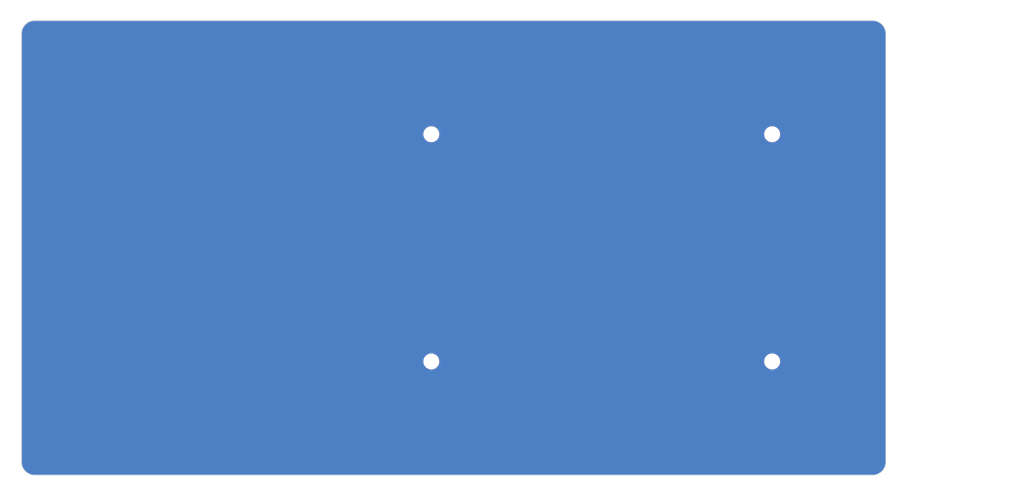
<source format=kicad_pcb>
(kicad_pcb (version 20241229) (generator "pcbnew") (generator_version "9.0")
  (layers (0 "F.Cu" signal) (2 "B.Cu" signal) (13 "F.Paste" user) (15 "B.Paste" user) (5 "F.SilkS" user "F.Silkscreen") (7 "B.SilkS" user "B.Silkscreen") (1 "F.Mask" user) (3 "B.Mask" user) (25 "Edge.Cuts" user))
  (net 0 "")
  (footprint "MountingHole:MountingHole_2.2mm_M2" (layer "F.Cu") (at 164.325 86.15)
    (property "Reference" "H4" (hide yes))
    (property "Value" "M2")
    (pad "" np_thru_hole circle (at 0 0) (size 2.2 2.2) (drill 2.2) (layers "*.Cu" "*.Mask"))
  )
  (footprint "MountingHole:MountingHole_2.2mm_M2" (layer "F.Cu") (at 107.175 48.05)
    (property "Reference" "H1" (hide yes))
    (property "Value" "M2")
    (pad "" np_thru_hole circle (at 0 0) (size 2.2 2.2) (drill 2.2) (layers "*.Cu" "*.Mask"))
  )
  (footprint "MountingHole:MountingHole_2.2mm_M2" (layer "F.Cu") (at 107.175 86.15)
    (property "Reference" "H2" (hide yes))
    (property "Value" "M2")
    (pad "" np_thru_hole circle (at 0 0) (size 2.2 2.2) (drill 2.2) (layers "*.Cu" "*.Mask"))
  )
  (footprint "MountingHole:MountingHole_2.2mm_M2" (layer "F.Cu") (at 164.325 48.05)
    (property "Reference" "H3" (hide yes))
    (property "Value" "M2")
    (pad "" np_thru_hole circle (at 0 0) (size 2.2 2.2) (drill 2.2) (layers "*.Cu" "*.Mask"))
  )
  (footprint "DreaM117er-keebLibrary:Trackpad_Cirque_TM040040" (layer "F.Cu") (at 63.218 80.443 -90)
    (property "Reference" "H5" (hide yes))
    (property "Value" "TM040040")
  )
  (gr_line (start 181.175 29) (end 40.661 29) (stroke (width 0.1)) (layer "Edge.Cuts"))
  (gr_arc (start 181.175 29) (mid 182.730635 29.644365) (end 183.375 31.2) (stroke (width 0.1)) (layer "Edge.Cuts"))
  (gr_arc (start 183.375 103) (mid 182.730635 104.555635) (end 181.175 105.2) (stroke (width 0.1)) (layer "Edge.Cuts"))
  (gr_arc (start 40.661 105.2) (mid 39.105365 104.555635) (end 38.461 103) (stroke (width 0.1)) (layer "Edge.Cuts"))
  (gr_arc (start 38.461 31.2) (mid 39.105365 29.644365) (end 40.661 29) (stroke (width 0.1)) (layer "Edge.Cuts"))
  (gr_line (start 183.375 31.2) (end 183.375 103) (stroke (width 0.1)) (layer "Edge.Cuts"))
  (gr_line (start 38.461 103) (end 38.461 31.2) (stroke (width 0.1)) (layer "Edge.Cuts"))
  (gr_line (start 181.175 105.2) (end 40.661 105.2) (stroke (width 0.1)) (layer "Edge.Cuts"))
  (zone (net 0) (net_name "") (layers "F.Cu" "B.Cu") (connect_pads (clearance 0.5)) (min_thickness 0.25) (fill yes (thermal_gap 0.5) (thermal_bridge_width 0.5))
    (polygon (pts (xy 34.85 25.54) (xy 34.85 108.17) (xy 206.22 108.4) (xy 206.56 25.66)))
  )
)
</source>
